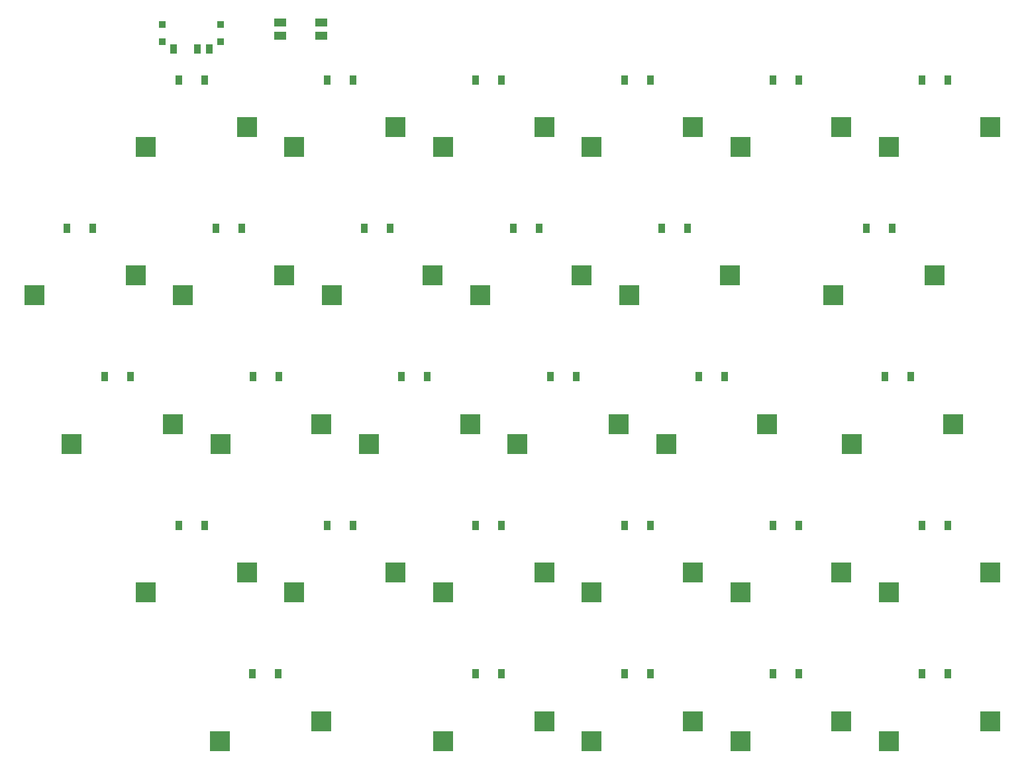
<source format=gbr>
%TF.GenerationSoftware,KiCad,Pcbnew,9.0.7*%
%TF.CreationDate,2026-01-20T23:17:06-08:00*%
%TF.ProjectId,right,72696768-742e-46b6-9963-61645f706362,v1.0.0*%
%TF.SameCoordinates,Original*%
%TF.FileFunction,Paste,Bot*%
%TF.FilePolarity,Positive*%
%FSLAX46Y46*%
G04 Gerber Fmt 4.6, Leading zero omitted, Abs format (unit mm)*
G04 Created by KiCad (PCBNEW 9.0.7) date 2026-01-20 23:17:06*
%MOMM*%
%LPD*%
G01*
G04 APERTURE LIST*
%ADD10R,0.900000X0.900000*%
%ADD11R,0.900000X1.250000*%
%ADD12R,0.900000X1.200000*%
%ADD13R,2.550000X2.500000*%
%ADD14R,1.550000X1.000000*%
G04 APERTURE END LIST*
D10*
%TO.C,T1*%
X265300000Y-63400000D03*
X265300000Y-65600000D03*
X272700000Y-63400000D03*
X272700000Y-65600000D03*
D11*
X266750000Y-66575000D03*
X269750000Y-66575000D03*
X271250000Y-66575000D03*
%TD*%
D12*
%TO.C,D21*%
X324350000Y-70500000D03*
X327650000Y-70500000D03*
%TD*%
%TO.C,D27*%
X362350000Y-146500000D03*
X365650000Y-146500000D03*
%TD*%
%TO.C,D17*%
X324350000Y-146500000D03*
X327650000Y-146500000D03*
%TD*%
%TO.C,D16*%
X305350000Y-70500000D03*
X308650000Y-70500000D03*
%TD*%
%TO.C,D7*%
X276825000Y-146500000D03*
X280125000Y-146500000D03*
%TD*%
%TO.C,D1*%
X257875000Y-108500000D03*
X261175000Y-108500000D03*
%TD*%
%TO.C,D4*%
X276875000Y-108500000D03*
X280175000Y-108500000D03*
%TD*%
D13*
%TO.C,S20*%
X337847500Y-95540000D03*
X324920500Y-98080000D03*
%TD*%
%TO.C,S10*%
X299847500Y-95540000D03*
X286920500Y-98080000D03*
%TD*%
%TO.C,S19*%
X342610000Y-114540000D03*
X329683000Y-117080000D03*
%TD*%
%TO.C,S24*%
X366372500Y-114540000D03*
X353445500Y-117080000D03*
%TD*%
%TO.C,S17*%
X333085000Y-152540000D03*
X320158000Y-155080000D03*
%TD*%
D12*
%TO.C,D2*%
X253112500Y-89500000D03*
X256412500Y-89500000D03*
%TD*%
D14*
%TO.C,B1*%
X280375000Y-63150000D03*
X285625000Y-63150000D03*
X280375000Y-64850000D03*
X285625000Y-64850000D03*
%TD*%
D13*
%TO.C,S12*%
X314085000Y-152540000D03*
X301158000Y-155080000D03*
%TD*%
D12*
%TO.C,D18*%
X324350000Y-127500000D03*
X327650000Y-127500000D03*
%TD*%
%TO.C,D14*%
X314875000Y-108500000D03*
X318175000Y-108500000D03*
%TD*%
D13*
%TO.C,S21*%
X333085000Y-76540000D03*
X320158000Y-79080000D03*
%TD*%
%TO.C,S11*%
X295085000Y-76540000D03*
X282158000Y-79080000D03*
%TD*%
%TO.C,S1*%
X266610000Y-114540000D03*
X253683000Y-117080000D03*
%TD*%
D12*
%TO.C,D25*%
X355256250Y-89500000D03*
X358556250Y-89500000D03*
%TD*%
D13*
%TO.C,S25*%
X363991250Y-95540000D03*
X351064250Y-98080000D03*
%TD*%
D12*
%TO.C,D12*%
X305350000Y-146500000D03*
X308650000Y-146500000D03*
%TD*%
D13*
%TO.C,S3*%
X276085000Y-133540000D03*
X263158000Y-136080000D03*
%TD*%
%TO.C,S6*%
X276085000Y-76540000D03*
X263158000Y-79080000D03*
%TD*%
D12*
%TO.C,D13*%
X305350000Y-127500000D03*
X308650000Y-127500000D03*
%TD*%
%TO.C,D8*%
X286350000Y-127500000D03*
X289650000Y-127500000D03*
%TD*%
D13*
%TO.C,S4*%
X285610000Y-114540000D03*
X272683000Y-117080000D03*
%TD*%
D12*
%TO.C,D5*%
X272112500Y-89500000D03*
X275412500Y-89500000D03*
%TD*%
D13*
%TO.C,S26*%
X352085000Y-76540000D03*
X339158000Y-79080000D03*
%TD*%
%TO.C,S15*%
X318847500Y-95540000D03*
X305920500Y-98080000D03*
%TD*%
D12*
%TO.C,D6*%
X267350000Y-70500000D03*
X270650000Y-70500000D03*
%TD*%
%TO.C,D11*%
X286350000Y-70500000D03*
X289650000Y-70500000D03*
%TD*%
D13*
%TO.C,S27*%
X371085000Y-152540000D03*
X358158000Y-155080000D03*
%TD*%
D12*
%TO.C,D22*%
X343350000Y-146500000D03*
X346650000Y-146500000D03*
%TD*%
%TO.C,D19*%
X333875000Y-108500000D03*
X337175000Y-108500000D03*
%TD*%
D13*
%TO.C,S18*%
X333085000Y-133540000D03*
X320158000Y-136080000D03*
%TD*%
%TO.C,S5*%
X280847500Y-95540000D03*
X267920500Y-98080000D03*
%TD*%
%TO.C,S16*%
X314085000Y-76540000D03*
X301158000Y-79080000D03*
%TD*%
%TO.C,S13*%
X314085000Y-133540000D03*
X301158000Y-136080000D03*
%TD*%
D12*
%TO.C,D23*%
X343350000Y-127500000D03*
X346650000Y-127500000D03*
%TD*%
%TO.C,D3*%
X267350000Y-127500000D03*
X270650000Y-127500000D03*
%TD*%
D13*
%TO.C,S23*%
X352085000Y-133540000D03*
X339158000Y-136080000D03*
%TD*%
D12*
%TO.C,D29*%
X362350000Y-70500000D03*
X365650000Y-70500000D03*
%TD*%
D13*
%TO.C,S9*%
X304610000Y-114540000D03*
X291683000Y-117080000D03*
%TD*%
D12*
%TO.C,D26*%
X343350000Y-70500000D03*
X346650000Y-70500000D03*
%TD*%
%TO.C,D15*%
X310112500Y-89500000D03*
X313412500Y-89500000D03*
%TD*%
%TO.C,D10*%
X291112500Y-89500000D03*
X294412500Y-89500000D03*
%TD*%
D13*
%TO.C,S28*%
X371085000Y-133540000D03*
X358158000Y-136080000D03*
%TD*%
D12*
%TO.C,D20*%
X329112500Y-89500000D03*
X332412500Y-89500000D03*
%TD*%
D13*
%TO.C,S8*%
X295085000Y-133540000D03*
X282158000Y-136080000D03*
%TD*%
%TO.C,S22*%
X352085000Y-152540000D03*
X339158000Y-155080000D03*
%TD*%
D12*
%TO.C,D24*%
X357637500Y-108500000D03*
X360937500Y-108500000D03*
%TD*%
D13*
%TO.C,S29*%
X371085000Y-76540000D03*
X358158000Y-79080000D03*
%TD*%
%TO.C,S7*%
X285560000Y-152540000D03*
X272633000Y-155080000D03*
%TD*%
%TO.C,S2*%
X261847500Y-95540000D03*
X248920500Y-98080000D03*
%TD*%
D12*
%TO.C,D9*%
X295875000Y-108500000D03*
X299175000Y-108500000D03*
%TD*%
D13*
%TO.C,S14*%
X323610000Y-114540000D03*
X310683000Y-117080000D03*
%TD*%
D12*
%TO.C,D28*%
X362350000Y-127500000D03*
X365650000Y-127500000D03*
%TD*%
M02*

</source>
